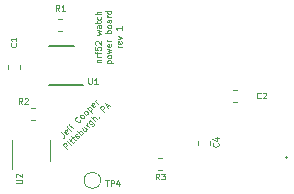
<source format=gbr>
G04 #@! TF.GenerationSoftware,KiCad,Pcbnew,(5.0.0-rc2-200-g1f6f76beb)*
G04 #@! TF.CreationDate,2020-02-24T22:29:59-05:00*
G04 #@! TF.ProjectId,watch-power,77617463682D706F7765722E6B696361,rev?*
G04 #@! TF.SameCoordinates,Original*
G04 #@! TF.FileFunction,Legend,Top*
G04 #@! TF.FilePolarity,Positive*
%FSLAX46Y46*%
G04 Gerber Fmt 4.6, Leading zero omitted, Abs format (unit mm)*
G04 Created by KiCad (PCBNEW (5.0.0-rc2-200-g1f6f76beb)) date Mon Feb 24 22:29:59 2020*
%MOMM*%
%LPD*%
G01*
G04 APERTURE LIST*
%ADD10C,0.125000*%
%ADD11C,0.120000*%
%ADD12C,0.150000*%
%ADD13C,0.050000*%
G04 APERTURE END LIST*
D10*
X76170540Y-76188716D02*
X76423078Y-76441254D01*
X76456750Y-76508598D01*
X76456750Y-76575941D01*
X76423078Y-76643285D01*
X76389406Y-76676956D01*
X76810303Y-76222388D02*
X76793467Y-76272895D01*
X76726124Y-76340239D01*
X76675616Y-76357075D01*
X76625109Y-76340239D01*
X76490422Y-76205552D01*
X76473586Y-76155044D01*
X76490422Y-76104537D01*
X76557765Y-76037193D01*
X76608273Y-76020357D01*
X76658780Y-76037193D01*
X76692452Y-76070865D01*
X76557765Y-76272895D01*
X76709288Y-75885670D02*
X76843975Y-75750983D01*
X76995498Y-76070865D02*
X76692452Y-75767819D01*
X76675616Y-75717311D01*
X76692452Y-75666804D01*
X76726124Y-75633132D01*
X76911318Y-75683640D02*
X77046005Y-75548953D01*
X77197528Y-75868834D02*
X76894483Y-75565789D01*
X76877647Y-75515281D01*
X76894483Y-75464773D01*
X76928154Y-75431102D01*
X77837292Y-75161728D02*
X77837292Y-75195399D01*
X77803620Y-75262743D01*
X77769948Y-75296415D01*
X77702605Y-75330086D01*
X77635261Y-75330086D01*
X77584753Y-75313250D01*
X77500574Y-75262743D01*
X77450066Y-75212235D01*
X77399559Y-75128056D01*
X77382723Y-75077548D01*
X77382723Y-75010205D01*
X77416395Y-74942861D01*
X77450066Y-74909189D01*
X77517410Y-74875518D01*
X77551082Y-74875518D01*
X78072994Y-74993369D02*
X78022486Y-75010205D01*
X77988815Y-75010205D01*
X77938307Y-74993369D01*
X77837292Y-74892353D01*
X77820456Y-74841846D01*
X77820456Y-74808174D01*
X77837292Y-74757666D01*
X77887799Y-74707159D01*
X77938307Y-74690323D01*
X77971979Y-74690323D01*
X78022486Y-74707159D01*
X78123502Y-74808174D01*
X78140337Y-74858682D01*
X78140337Y-74892353D01*
X78123502Y-74942861D01*
X78072994Y-74993369D01*
X78392876Y-74673487D02*
X78342368Y-74690323D01*
X78308696Y-74690323D01*
X78258189Y-74673487D01*
X78157173Y-74572472D01*
X78140337Y-74521964D01*
X78140337Y-74488292D01*
X78157173Y-74437785D01*
X78207681Y-74387277D01*
X78258189Y-74370441D01*
X78291860Y-74370441D01*
X78342368Y-74387277D01*
X78443383Y-74488292D01*
X78460219Y-74538800D01*
X78460219Y-74572472D01*
X78443383Y-74622979D01*
X78392876Y-74673487D01*
X78426547Y-74168411D02*
X78780101Y-74521964D01*
X78443383Y-74185247D02*
X78460219Y-74134739D01*
X78527563Y-74067396D01*
X78578070Y-74050560D01*
X78611742Y-74050560D01*
X78662250Y-74067396D01*
X78763265Y-74168411D01*
X78780101Y-74218918D01*
X78780101Y-74252590D01*
X78763265Y-74303098D01*
X78695921Y-74370441D01*
X78645414Y-74387277D01*
X79099982Y-73932709D02*
X79083146Y-73983216D01*
X79015803Y-74050560D01*
X78965295Y-74067396D01*
X78914788Y-74050560D01*
X78780101Y-73915873D01*
X78763265Y-73865365D01*
X78780101Y-73814857D01*
X78847444Y-73747514D01*
X78897952Y-73730678D01*
X78948459Y-73747514D01*
X78982131Y-73781186D01*
X78847444Y-73983216D01*
X79285177Y-73781186D02*
X79049475Y-73545483D01*
X79116818Y-73612827D02*
X79099982Y-73562319D01*
X79099982Y-73528648D01*
X79116818Y-73478140D01*
X79150490Y-73444468D01*
X76679825Y-77623974D02*
X76326271Y-77270421D01*
X76460958Y-77135734D01*
X76511466Y-77118898D01*
X76545138Y-77118898D01*
X76595645Y-77135734D01*
X76646153Y-77186241D01*
X76662989Y-77236749D01*
X76662989Y-77270421D01*
X76646153Y-77320928D01*
X76511466Y-77455615D01*
X77033378Y-77270421D02*
X76797676Y-77034718D01*
X76679825Y-76916867D02*
X76679825Y-76950539D01*
X76713496Y-76950539D01*
X76713496Y-76916867D01*
X76679825Y-76916867D01*
X76713496Y-76950539D01*
X76915527Y-76916867D02*
X77050214Y-76782180D01*
X76848183Y-76748508D02*
X77151229Y-77051554D01*
X77201737Y-77068390D01*
X77252245Y-77051554D01*
X77285916Y-77017882D01*
X77117558Y-76714837D02*
X77252245Y-76580150D01*
X77050214Y-76546478D02*
X77353260Y-76849524D01*
X77403767Y-76866359D01*
X77454275Y-76849524D01*
X77487947Y-76815852D01*
X77572126Y-76698001D02*
X77622634Y-76681165D01*
X77689977Y-76613821D01*
X77706813Y-76563314D01*
X77689977Y-76512806D01*
X77673141Y-76495970D01*
X77622634Y-76479134D01*
X77572126Y-76495970D01*
X77521619Y-76546478D01*
X77471111Y-76563314D01*
X77420603Y-76546478D01*
X77403767Y-76529642D01*
X77386932Y-76479134D01*
X77403767Y-76428627D01*
X77454275Y-76378119D01*
X77504783Y-76361283D01*
X77892008Y-76411791D02*
X77538454Y-76058237D01*
X77673141Y-76192924D02*
X77689977Y-76142417D01*
X77757321Y-76075073D01*
X77807828Y-76058237D01*
X77841500Y-76058237D01*
X77892008Y-76075073D01*
X77993023Y-76176089D01*
X78009859Y-76226596D01*
X78009859Y-76260268D01*
X77993023Y-76310776D01*
X77925680Y-76378119D01*
X77875172Y-76394955D01*
X78127710Y-75704684D02*
X78363412Y-75940386D01*
X77976187Y-75856207D02*
X78161382Y-76041402D01*
X78211889Y-76058237D01*
X78262397Y-76041402D01*
X78312905Y-75990894D01*
X78329741Y-75940386D01*
X78329741Y-75906715D01*
X78531771Y-75772028D02*
X78296069Y-75536325D01*
X78363412Y-75603669D02*
X78346576Y-75553161D01*
X78346576Y-75519489D01*
X78363412Y-75468982D01*
X78397084Y-75435310D01*
X78666458Y-75165936D02*
X78952668Y-75452146D01*
X78969504Y-75502654D01*
X78969504Y-75536325D01*
X78952668Y-75586833D01*
X78902160Y-75637341D01*
X78851653Y-75654176D01*
X78885324Y-75384802D02*
X78868489Y-75435310D01*
X78801145Y-75502654D01*
X78750637Y-75519489D01*
X78716966Y-75519489D01*
X78666458Y-75502654D01*
X78565443Y-75401638D01*
X78548607Y-75351131D01*
X78548607Y-75317459D01*
X78565443Y-75266951D01*
X78632786Y-75199608D01*
X78683294Y-75182772D01*
X79070519Y-75233280D02*
X78716966Y-74879726D01*
X79222042Y-75081757D02*
X79036847Y-74896562D01*
X78986340Y-74879726D01*
X78935832Y-74896562D01*
X78885324Y-74947070D01*
X78868489Y-74997577D01*
X78868489Y-75031249D01*
X79390401Y-74879726D02*
X79407237Y-74896562D01*
X79424072Y-74947070D01*
X79424072Y-74980741D01*
X79828134Y-74475665D02*
X79474580Y-74122112D01*
X79609267Y-73987425D01*
X79659775Y-73970589D01*
X79693446Y-73970589D01*
X79743954Y-73987425D01*
X79794462Y-74037932D01*
X79811298Y-74088440D01*
X79811298Y-74122112D01*
X79794462Y-74172619D01*
X79659775Y-74307306D01*
X80063836Y-74037932D02*
X80232195Y-73869574D01*
X80131179Y-74172619D02*
X79895477Y-73701215D01*
X80366882Y-73936917D01*
X79231057Y-70265657D02*
X79564390Y-70265657D01*
X79278676Y-70265657D02*
X79254866Y-70241847D01*
X79231057Y-70194228D01*
X79231057Y-70122800D01*
X79254866Y-70075180D01*
X79302485Y-70051371D01*
X79564390Y-70051371D01*
X79564390Y-69813276D02*
X79231057Y-69813276D01*
X79326295Y-69813276D02*
X79278676Y-69789466D01*
X79254866Y-69765657D01*
X79231057Y-69718038D01*
X79231057Y-69670419D01*
X79231057Y-69575180D02*
X79231057Y-69384704D01*
X79564390Y-69503752D02*
X79135819Y-69503752D01*
X79088200Y-69479942D01*
X79064390Y-69432323D01*
X79064390Y-69384704D01*
X79064390Y-68979942D02*
X79064390Y-69218038D01*
X79302485Y-69241847D01*
X79278676Y-69218038D01*
X79254866Y-69170419D01*
X79254866Y-69051371D01*
X79278676Y-69003752D01*
X79302485Y-68979942D01*
X79350104Y-68956133D01*
X79469152Y-68956133D01*
X79516771Y-68979942D01*
X79540580Y-69003752D01*
X79564390Y-69051371D01*
X79564390Y-69170419D01*
X79540580Y-69218038D01*
X79516771Y-69241847D01*
X79112009Y-68765657D02*
X79088200Y-68741847D01*
X79064390Y-68694228D01*
X79064390Y-68575180D01*
X79088200Y-68527561D01*
X79112009Y-68503752D01*
X79159628Y-68479942D01*
X79207247Y-68479942D01*
X79278676Y-68503752D01*
X79564390Y-68789466D01*
X79564390Y-68479942D01*
X79231057Y-67932323D02*
X79564390Y-67837085D01*
X79326295Y-67741847D01*
X79564390Y-67646609D01*
X79231057Y-67551371D01*
X79564390Y-67146609D02*
X79302485Y-67146609D01*
X79254866Y-67170419D01*
X79231057Y-67218038D01*
X79231057Y-67313276D01*
X79254866Y-67360895D01*
X79540580Y-67146609D02*
X79564390Y-67194228D01*
X79564390Y-67313276D01*
X79540580Y-67360895D01*
X79492961Y-67384704D01*
X79445342Y-67384704D01*
X79397723Y-67360895D01*
X79373914Y-67313276D01*
X79373914Y-67194228D01*
X79350104Y-67146609D01*
X79231057Y-66979942D02*
X79231057Y-66789466D01*
X79064390Y-66908514D02*
X79492961Y-66908514D01*
X79540580Y-66884704D01*
X79564390Y-66837085D01*
X79564390Y-66789466D01*
X79540580Y-66408514D02*
X79564390Y-66456133D01*
X79564390Y-66551371D01*
X79540580Y-66598990D01*
X79516771Y-66622800D01*
X79469152Y-66646609D01*
X79326295Y-66646609D01*
X79278676Y-66622800D01*
X79254866Y-66598990D01*
X79231057Y-66551371D01*
X79231057Y-66456133D01*
X79254866Y-66408514D01*
X79564390Y-66194228D02*
X79064390Y-66194228D01*
X79564390Y-65979942D02*
X79302485Y-65979942D01*
X79254866Y-66003752D01*
X79231057Y-66051371D01*
X79231057Y-66122800D01*
X79254866Y-66170419D01*
X79278676Y-66194228D01*
X80106057Y-70337085D02*
X80606057Y-70337085D01*
X80129866Y-70337085D02*
X80106057Y-70289466D01*
X80106057Y-70194228D01*
X80129866Y-70146609D01*
X80153676Y-70122800D01*
X80201295Y-70098990D01*
X80344152Y-70098990D01*
X80391771Y-70122800D01*
X80415580Y-70146609D01*
X80439390Y-70194228D01*
X80439390Y-70289466D01*
X80415580Y-70337085D01*
X80439390Y-69813276D02*
X80415580Y-69860895D01*
X80391771Y-69884704D01*
X80344152Y-69908514D01*
X80201295Y-69908514D01*
X80153676Y-69884704D01*
X80129866Y-69860895D01*
X80106057Y-69813276D01*
X80106057Y-69741847D01*
X80129866Y-69694228D01*
X80153676Y-69670419D01*
X80201295Y-69646609D01*
X80344152Y-69646609D01*
X80391771Y-69670419D01*
X80415580Y-69694228D01*
X80439390Y-69741847D01*
X80439390Y-69813276D01*
X80106057Y-69479942D02*
X80439390Y-69384704D01*
X80201295Y-69289466D01*
X80439390Y-69194228D01*
X80106057Y-69098990D01*
X80415580Y-68718038D02*
X80439390Y-68765657D01*
X80439390Y-68860895D01*
X80415580Y-68908514D01*
X80367961Y-68932323D01*
X80177485Y-68932323D01*
X80129866Y-68908514D01*
X80106057Y-68860895D01*
X80106057Y-68765657D01*
X80129866Y-68718038D01*
X80177485Y-68694228D01*
X80225104Y-68694228D01*
X80272723Y-68932323D01*
X80439390Y-68479942D02*
X80106057Y-68479942D01*
X80201295Y-68479942D02*
X80153676Y-68456133D01*
X80129866Y-68432323D01*
X80106057Y-68384704D01*
X80106057Y-68337085D01*
X80439390Y-67789466D02*
X79939390Y-67789466D01*
X80129866Y-67789466D02*
X80106057Y-67741847D01*
X80106057Y-67646609D01*
X80129866Y-67598990D01*
X80153676Y-67575180D01*
X80201295Y-67551371D01*
X80344152Y-67551371D01*
X80391771Y-67575180D01*
X80415580Y-67598990D01*
X80439390Y-67646609D01*
X80439390Y-67741847D01*
X80415580Y-67789466D01*
X80439390Y-67265657D02*
X80415580Y-67313276D01*
X80391771Y-67337085D01*
X80344152Y-67360895D01*
X80201295Y-67360895D01*
X80153676Y-67337085D01*
X80129866Y-67313276D01*
X80106057Y-67265657D01*
X80106057Y-67194228D01*
X80129866Y-67146609D01*
X80153676Y-67122800D01*
X80201295Y-67098990D01*
X80344152Y-67098990D01*
X80391771Y-67122800D01*
X80415580Y-67146609D01*
X80439390Y-67194228D01*
X80439390Y-67265657D01*
X80439390Y-66670419D02*
X80177485Y-66670419D01*
X80129866Y-66694228D01*
X80106057Y-66741847D01*
X80106057Y-66837085D01*
X80129866Y-66884704D01*
X80415580Y-66670419D02*
X80439390Y-66718038D01*
X80439390Y-66837085D01*
X80415580Y-66884704D01*
X80367961Y-66908514D01*
X80320342Y-66908514D01*
X80272723Y-66884704D01*
X80248914Y-66837085D01*
X80248914Y-66718038D01*
X80225104Y-66670419D01*
X80439390Y-66432323D02*
X80106057Y-66432323D01*
X80201295Y-66432323D02*
X80153676Y-66408514D01*
X80129866Y-66384704D01*
X80106057Y-66337085D01*
X80106057Y-66289466D01*
X80439390Y-65908514D02*
X79939390Y-65908514D01*
X80415580Y-65908514D02*
X80439390Y-65956133D01*
X80439390Y-66051371D01*
X80415580Y-66098990D01*
X80391771Y-66122800D01*
X80344152Y-66146609D01*
X80201295Y-66146609D01*
X80153676Y-66122800D01*
X80129866Y-66098990D01*
X80106057Y-66051371D01*
X80106057Y-65956133D01*
X80129866Y-65908514D01*
X81314390Y-68991847D02*
X80981057Y-68991847D01*
X81076295Y-68991847D02*
X81028676Y-68968038D01*
X81004866Y-68944228D01*
X80981057Y-68896609D01*
X80981057Y-68848990D01*
X81290580Y-68491847D02*
X81314390Y-68539466D01*
X81314390Y-68634704D01*
X81290580Y-68682323D01*
X81242961Y-68706133D01*
X81052485Y-68706133D01*
X81004866Y-68682323D01*
X80981057Y-68634704D01*
X80981057Y-68539466D01*
X81004866Y-68491847D01*
X81052485Y-68468038D01*
X81100104Y-68468038D01*
X81147723Y-68706133D01*
X80981057Y-68301371D02*
X81314390Y-68182323D01*
X80981057Y-68063276D01*
X81314390Y-67229942D02*
X81314390Y-67515657D01*
X81314390Y-67372800D02*
X80814390Y-67372800D01*
X80885819Y-67420419D01*
X80933438Y-67468038D01*
X80957247Y-67515657D01*
D11*
G04 #@! TO.C,C1*
X72696800Y-70834067D02*
X72696800Y-70491533D01*
X71676800Y-70834067D02*
X71676800Y-70491533D01*
G04 #@! TO.C,C2*
X90760733Y-72642000D02*
X91103267Y-72642000D01*
X90760733Y-73662000D02*
X91103267Y-73662000D01*
G04 #@! TO.C,C4*
X88800400Y-77274267D02*
X88800400Y-76931733D01*
X87780400Y-77274267D02*
X87780400Y-76931733D01*
G04 #@! TO.C,R1*
X75966533Y-67616800D02*
X76309067Y-67616800D01*
X75966533Y-66596800D02*
X76309067Y-66596800D01*
G04 #@! TO.C,R2*
X73629733Y-74166000D02*
X73972267Y-74166000D01*
X73629733Y-75186000D02*
X73972267Y-75186000D01*
G04 #@! TO.C,R3*
X84384534Y-78382400D02*
X84727068Y-78382400D01*
X84384534Y-79402400D02*
X84727068Y-79402400D01*
D12*
G04 #@! TO.C,U1*
X78074000Y-72167000D02*
X75199000Y-72167000D01*
X77299000Y-68917000D02*
X75199000Y-68917000D01*
D11*
G04 #@! TO.C,U2*
X75270000Y-78624000D02*
X75270000Y-76824000D01*
X72050000Y-76824000D02*
X72050000Y-79274000D01*
D13*
G04 #@! TO.C,P1*
X95334000Y-78316000D02*
G75*
G03X95334000Y-78316000I-70000J0D01*
G01*
D11*
G04 #@! TO.C,TP4*
X79541600Y-80264000D02*
G75*
G03X79541600Y-80264000I-700000J0D01*
G01*
G04 #@! TO.C,C1*
D10*
X72365371Y-68663333D02*
X72389180Y-68687142D01*
X72412990Y-68758571D01*
X72412990Y-68806190D01*
X72389180Y-68877619D01*
X72341561Y-68925238D01*
X72293942Y-68949047D01*
X72198704Y-68972857D01*
X72127276Y-68972857D01*
X72032038Y-68949047D01*
X71984419Y-68925238D01*
X71936800Y-68877619D01*
X71912990Y-68806190D01*
X71912990Y-68758571D01*
X71936800Y-68687142D01*
X71960609Y-68663333D01*
X72412990Y-68187142D02*
X72412990Y-68472857D01*
X72412990Y-68330000D02*
X71912990Y-68330000D01*
X71984419Y-68377619D01*
X72032038Y-68425238D01*
X72055847Y-68472857D01*
G04 #@! TO.C,C2*
X93083866Y-73279771D02*
X93060057Y-73303580D01*
X92988628Y-73327390D01*
X92941009Y-73327390D01*
X92869580Y-73303580D01*
X92821961Y-73255961D01*
X92798152Y-73208342D01*
X92774342Y-73113104D01*
X92774342Y-73041676D01*
X92798152Y-72946438D01*
X92821961Y-72898819D01*
X92869580Y-72851200D01*
X92941009Y-72827390D01*
X92988628Y-72827390D01*
X93060057Y-72851200D01*
X93083866Y-72875009D01*
X93274342Y-72875009D02*
X93298152Y-72851200D01*
X93345771Y-72827390D01*
X93464819Y-72827390D01*
X93512438Y-72851200D01*
X93536247Y-72875009D01*
X93560057Y-72922628D01*
X93560057Y-72970247D01*
X93536247Y-73041676D01*
X93250533Y-73327390D01*
X93560057Y-73327390D01*
G04 #@! TO.C,C4*
X89484971Y-77096133D02*
X89508780Y-77119942D01*
X89532590Y-77191371D01*
X89532590Y-77238990D01*
X89508780Y-77310419D01*
X89461161Y-77358038D01*
X89413542Y-77381847D01*
X89318304Y-77405657D01*
X89246876Y-77405657D01*
X89151638Y-77381847D01*
X89104019Y-77358038D01*
X89056400Y-77310419D01*
X89032590Y-77238990D01*
X89032590Y-77191371D01*
X89056400Y-77119942D01*
X89080209Y-77096133D01*
X89199257Y-76667561D02*
X89532590Y-76667561D01*
X89008780Y-76786609D02*
X89365923Y-76905657D01*
X89365923Y-76596133D01*
G04 #@! TO.C,R1*
X76054466Y-65902990D02*
X75887800Y-65664895D01*
X75768752Y-65902990D02*
X75768752Y-65402990D01*
X75959228Y-65402990D01*
X76006847Y-65426800D01*
X76030657Y-65450609D01*
X76054466Y-65498228D01*
X76054466Y-65569657D01*
X76030657Y-65617276D01*
X76006847Y-65641085D01*
X75959228Y-65664895D01*
X75768752Y-65664895D01*
X76530657Y-65902990D02*
X76244942Y-65902990D01*
X76387800Y-65902990D02*
X76387800Y-65402990D01*
X76340180Y-65474419D01*
X76292561Y-65522038D01*
X76244942Y-65545847D01*
G04 #@! TO.C,R2*
X72916266Y-73784590D02*
X72749600Y-73546495D01*
X72630552Y-73784590D02*
X72630552Y-73284590D01*
X72821028Y-73284590D01*
X72868647Y-73308400D01*
X72892457Y-73332209D01*
X72916266Y-73379828D01*
X72916266Y-73451257D01*
X72892457Y-73498876D01*
X72868647Y-73522685D01*
X72821028Y-73546495D01*
X72630552Y-73546495D01*
X73106742Y-73332209D02*
X73130552Y-73308400D01*
X73178171Y-73284590D01*
X73297219Y-73284590D01*
X73344838Y-73308400D01*
X73368647Y-73332209D01*
X73392457Y-73379828D01*
X73392457Y-73427447D01*
X73368647Y-73498876D01*
X73082933Y-73784590D01*
X73392457Y-73784590D01*
G04 #@! TO.C,R3*
X84498666Y-80185390D02*
X84332000Y-79947295D01*
X84212952Y-80185390D02*
X84212952Y-79685390D01*
X84403428Y-79685390D01*
X84451047Y-79709200D01*
X84474857Y-79733009D01*
X84498666Y-79780628D01*
X84498666Y-79852057D01*
X84474857Y-79899676D01*
X84451047Y-79923485D01*
X84403428Y-79947295D01*
X84212952Y-79947295D01*
X84665333Y-79685390D02*
X84974857Y-79685390D01*
X84808190Y-79875866D01*
X84879619Y-79875866D01*
X84927238Y-79899676D01*
X84951047Y-79923485D01*
X84974857Y-79971104D01*
X84974857Y-80090152D01*
X84951047Y-80137771D01*
X84927238Y-80161580D01*
X84879619Y-80185390D01*
X84736761Y-80185390D01*
X84689142Y-80161580D01*
X84665333Y-80137771D01*
G04 #@! TO.C,U1*
X78511447Y-71608190D02*
X78511447Y-72012952D01*
X78535257Y-72060571D01*
X78559066Y-72084380D01*
X78606685Y-72108190D01*
X78701923Y-72108190D01*
X78749542Y-72084380D01*
X78773352Y-72060571D01*
X78797161Y-72012952D01*
X78797161Y-71608190D01*
X79297161Y-72108190D02*
X79011447Y-72108190D01*
X79154304Y-72108190D02*
X79154304Y-71608190D01*
X79106685Y-71679619D01*
X79059066Y-71727238D01*
X79011447Y-71751047D01*
G04 #@! TO.C,U2*
X72370190Y-80492552D02*
X72774952Y-80492552D01*
X72822571Y-80468742D01*
X72846380Y-80444933D01*
X72870190Y-80397314D01*
X72870190Y-80302076D01*
X72846380Y-80254457D01*
X72822571Y-80230647D01*
X72774952Y-80206838D01*
X72370190Y-80206838D01*
X72417809Y-79992552D02*
X72394000Y-79968742D01*
X72370190Y-79921123D01*
X72370190Y-79802076D01*
X72394000Y-79754457D01*
X72417809Y-79730647D01*
X72465428Y-79706838D01*
X72513047Y-79706838D01*
X72584476Y-79730647D01*
X72870190Y-80016361D01*
X72870190Y-79706838D01*
G04 #@! TO.C,TP4*
X79937847Y-80244190D02*
X80223561Y-80244190D01*
X80080704Y-80744190D02*
X80080704Y-80244190D01*
X80390228Y-80744190D02*
X80390228Y-80244190D01*
X80580704Y-80244190D01*
X80628323Y-80268000D01*
X80652133Y-80291809D01*
X80675942Y-80339428D01*
X80675942Y-80410857D01*
X80652133Y-80458476D01*
X80628323Y-80482285D01*
X80580704Y-80506095D01*
X80390228Y-80506095D01*
X81104514Y-80410857D02*
X81104514Y-80744190D01*
X80985466Y-80220380D02*
X80866419Y-80577523D01*
X81175942Y-80577523D01*
G04 #@! TD*
M02*

</source>
